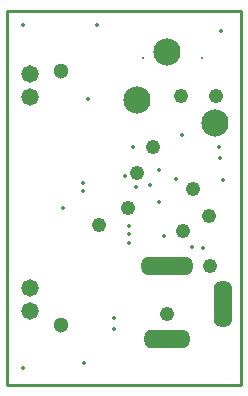
<source format=gbs>
%FSLAX25Y25*%
%MOIN*%
G70*
G01*
G75*
G04 Layer_Color=8388736*
%ADD10R,0.05500X0.08000*%
%ADD11R,0.12000X0.15000*%
%ADD12R,0.01500X0.02000*%
%ADD13R,0.02000X0.01500*%
%ADD14R,0.01575X0.01969*%
%ADD15R,0.02500X0.03000*%
%ADD16R,0.02000X0.02000*%
%ADD17R,0.00984X0.01969*%
%ADD18R,0.04331X0.04724*%
%ADD19R,0.03937X0.06299*%
%ADD20R,0.01575X0.01850*%
%ADD21R,0.06693X0.03740*%
%ADD22R,0.01575X0.01850*%
%ADD23R,0.01181X0.02598*%
%ADD24R,0.01575X0.01929*%
%ADD25R,0.01181X0.01929*%
%ADD26R,0.14961X0.12047*%
%ADD27R,0.02756X0.01575*%
%ADD28C,0.02000*%
%ADD29C,0.02500*%
%ADD30C,0.01000*%
%ADD31C,0.01500*%
%ADD32C,0.00800*%
%ADD33C,0.04000*%
%ADD34C,0.00700*%
%ADD35C,0.00500*%
%ADD36C,0.00600*%
%ADD37C,0.01200*%
%ADD38R,0.01969X0.00787*%
%ADD39R,0.04134X0.05512*%
%ADD40C,0.08268*%
%ADD41O,0.17716X0.06299*%
%ADD42O,0.06299X0.15748*%
%ADD43O,0.15748X0.06299*%
%ADD44C,0.02000*%
%ADD45C,0.05000*%
%ADD46C,0.04000*%
%ADD47C,0.00394*%
%ADD48C,0.00591*%
%ADD49R,0.01673X0.01673*%
%ADD50R,0.06693X0.05118*%
%ADD51R,0.06093X0.03140*%
%ADD52R,0.01378X0.01654*%
%ADD53R,0.00984X0.02402*%
%ADD54R,0.02362X0.01181*%
%ADD55R,0.03500X0.06000*%
%ADD56R,0.12787X0.15787*%
%ADD57R,0.01900X0.02400*%
%ADD58R,0.02400X0.01900*%
%ADD59R,0.01975X0.02369*%
%ADD60R,0.02900X0.03400*%
%ADD61R,0.02400X0.02400*%
%ADD62R,0.01378X0.02362*%
%ADD63R,0.04731X0.05124*%
%ADD64R,0.04337X0.06699*%
%ADD65R,0.01975X0.02250*%
%ADD66R,0.07093X0.04140*%
%ADD67R,0.02135X0.02410*%
%ADD68R,0.01741X0.03158*%
%ADD69R,0.01775X0.02129*%
%ADD70R,0.01381X0.02129*%
%ADD71R,0.15161X0.12247*%
%ADD72R,0.03150X0.01969*%
%ADD73R,0.02362X0.01181*%
%ADD74C,0.05118*%
%ADD75C,0.00800*%
%ADD76C,0.09068*%
%ADD77C,0.01400*%
%ADD78C,0.05800*%
%ADD79C,0.04800*%
D30*
X0Y0D02*
Y124700D01*
X77900D01*
Y0D02*
Y124700D01*
X0Y0D02*
X77900D01*
D41*
X53200Y39709D02*
D03*
D42*
X71704Y27111D02*
D03*
D43*
X53200Y15300D02*
D03*
D74*
X17717Y104685D02*
D03*
Y20039D02*
D03*
D75*
X45326Y108952D02*
D03*
X65011D02*
D03*
D76*
X69342Y87298D02*
D03*
X43358Y95172D02*
D03*
X53200Y110921D02*
D03*
D77*
X18400Y59100D02*
D03*
X25200Y64800D02*
D03*
Y67500D02*
D03*
X41800Y79300D02*
D03*
X52100Y49600D02*
D03*
X50500Y71600D02*
D03*
X40500Y53000D02*
D03*
Y50200D02*
D03*
Y47450D02*
D03*
X65300Y45700D02*
D03*
X61600Y46000D02*
D03*
X71900Y68500D02*
D03*
X50500Y60900D02*
D03*
X47500Y66600D02*
D03*
X5300Y119900D02*
D03*
X30000D02*
D03*
X5300Y5600D02*
D03*
X27000Y95200D02*
D03*
X71100Y118000D02*
D03*
X56200Y68700D02*
D03*
X43000Y66100D02*
D03*
X71000Y75600D02*
D03*
X70400Y79500D02*
D03*
X58200Y83400D02*
D03*
X35500Y22200D02*
D03*
Y18800D02*
D03*
X25600Y7400D02*
D03*
X39300Y69700D02*
D03*
D78*
X7500Y103600D02*
D03*
Y96100D02*
D03*
Y32200D02*
D03*
Y24700D02*
D03*
D79*
X58000Y96500D02*
D03*
X53200Y23800D02*
D03*
X48400Y79300D02*
D03*
X67400Y39700D02*
D03*
X69400Y96400D02*
D03*
X67100Y56400D02*
D03*
X30600Y53500D02*
D03*
X58400Y51400D02*
D03*
X62000Y65500D02*
D03*
X43100Y70700D02*
D03*
X40300Y59100D02*
D03*
M02*

</source>
